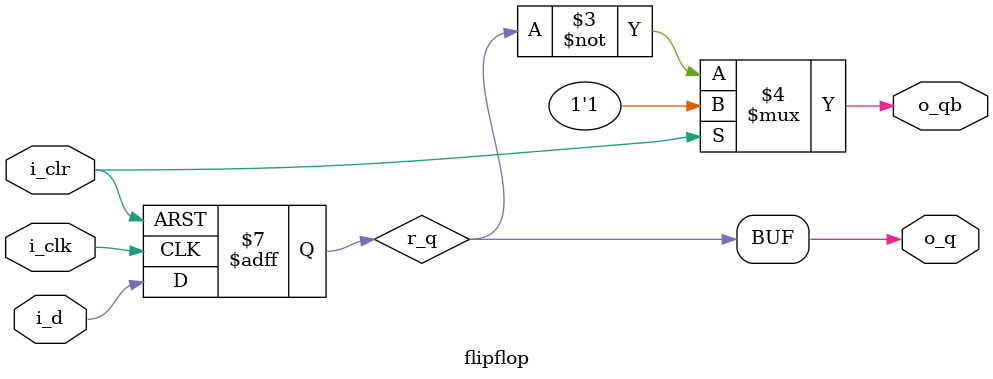
<source format=v>

module flipflop 
( 
input   i_d,
input   i_clk,
input   i_clr,
output  o_q,
output  o_qb
);
wire   w_reset;
assign w_reset = ~i_clr;
reg     r_q;
assign  o_q  = r_q;
assign  o_qb = (i_clr == 1'b1)? 1'b1:~r_q;

always @(posedge i_clk or negedge w_reset)
begin
if(!w_reset)
  r_q <= 1'b0;
else 
  r_q <= i_d;
end

endmodule

</source>
